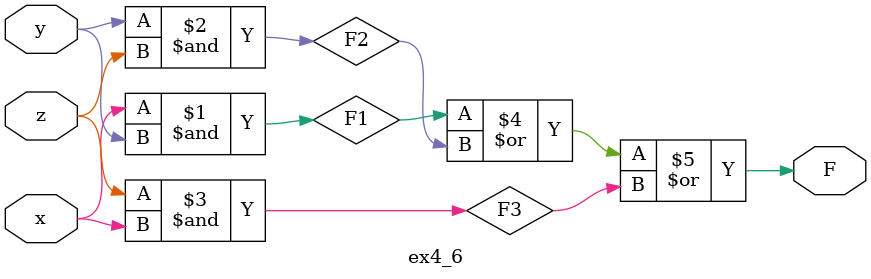
<source format=v>
module ex4_6(x,y,z,F);
	input x,y,z;
	output F;
	wire F1,F2,F3;
	assign F1=(x&y);
	assign F2=(y&z);
	assign F3=(z&x);
	assign F=(F1|F2|F3);
endmodule
</source>
